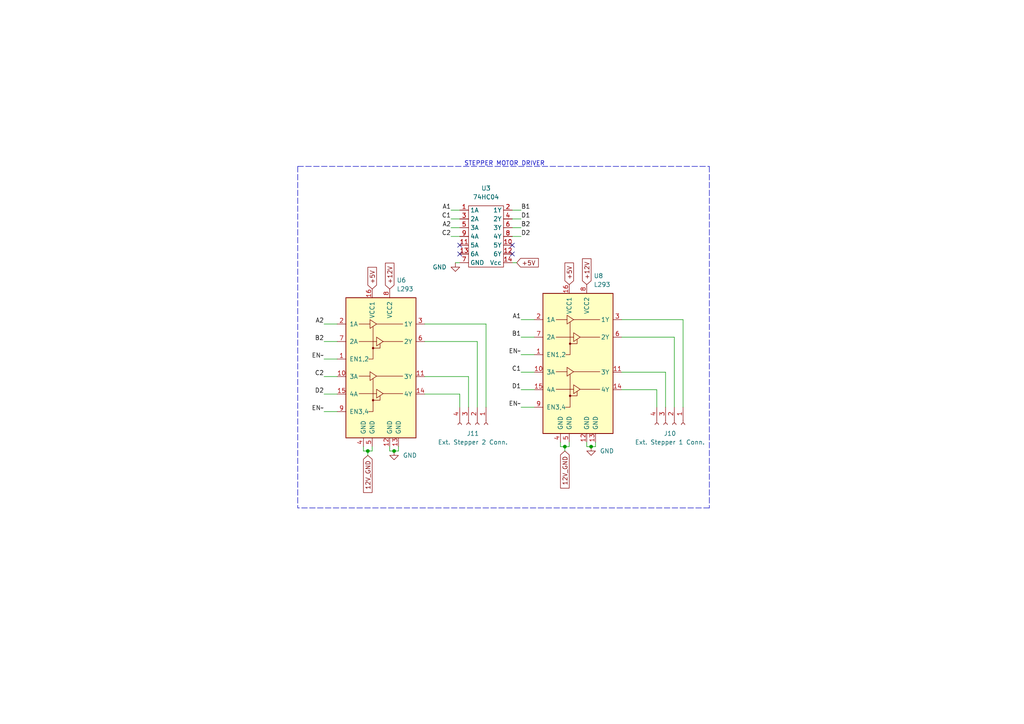
<source format=kicad_sch>
(kicad_sch (version 20211123) (generator eeschema)
  (paper "A4")
  (title_block (title "Stepper Motor Driver Schema") (date "2022-04-03") (rev "v2.0") (company "Leandro Assis dos Santos") (comment 1 "github.com/leandroassis"))
  (lib_symbols
    (symbol "Connector:Conn_01x04_Female" (pin_names (offset 1.016) hide)
      (property "Reference" "J" (at 0 5.08 0))
      (property "Value" "Conn_01x04_Female" (at 0 -7.62 0))
      (symbol "Conn_01x04_Female_1_1"
        (arc (start 0 -4.572) (mid -0.508 -5.08) (end 0 -5.588) (stroke (width 0.1524)))
        (arc (start 0 -2.032) (mid -0.508 -2.54) (end 0 -3.048) (stroke (width 0.1524)))
        (polyline (pts (xy -1.27 -5.08) (xy -0.508 -5.08)) (stroke (width 0.1524)))
        (polyline (pts (xy -1.27 -2.54) (xy -0.508 -2.54)) (stroke (width 0.1524)))
        (polyline (pts (xy -1.27 0) (xy -0.508 0)) (stroke (width 0.1524)))
        (polyline (pts (xy -1.27 2.54) (xy -0.508 2.54)) (stroke (width 0.1524)))
        (arc (start 0 0.508) (mid -0.508 0) (end 0 -0.508) (stroke (width 0.1524)))
        (arc (start 0 3.048) (mid -0.508 2.54) (end 0 2.032) (stroke (width 0.1524)))
        (pin passive line (at -5.08 2.54 0) (length 3.81) (name "Pin_1") (number "1"))
        (pin passive line (at -5.08 0 0) (length 3.81) (name "Pin_2") (number "2"))
        (pin passive line (at -5.08 -2.54 0) (length 3.81) (name "Pin_3") (number "3"))
        (pin passive line (at -5.08 -5.08 0) (length 3.81) (name "Pin_4") (number "4"))
      )
    )
    (symbol "L293_1" (pin_names (offset 1.016))
      (property "Reference" "U6" (at 4.5594 27.94 0))
      (property "Value" "L293" (at 4.5594 25.4 0))
      (symbol "L293_1_0_1"
        (rectangle (start -10.16 22.86) (end 10.16 -17.78) (stroke (width 0.254)) (fill (type background)))
        (circle (center -2.286 -6.858) (radius 0.254) (fill (type outline)))
        (circle (center -2.286 8.255) (radius 0.254) (fill (type outline)))
        (polyline (pts (xy -6.35 -4.953) (xy -1.27 -4.953)))
        (polyline (pts (xy -6.35 0.127) (xy -3.175 0.127)))
        (polyline (pts (xy -6.35 10.16) (xy -1.27 10.16)))
        (polyline (pts (xy -6.35 15.24) (xy -3.175 15.24)))
        (polyline (pts (xy -1.27 0.127) (xy 6.35 0.127)))
        (polyline (pts (xy -1.27 15.24) (xy 6.35 15.24)))
        (polyline (pts (xy 0.635 -4.953) (xy 6.35 -4.953)))
        (polyline (pts (xy 0.635 10.16) (xy 6.35 10.16)))
        (polyline (pts (xy -2.286 -6.858) (xy -0.254 -6.858) (xy -0.254 -5.588)))
        (polyline (pts (xy -2.286 -0.635) (xy -2.286 -10.16) (xy -3.556 -10.16)))
        (polyline (pts (xy -2.286 8.255) (xy -0.254 8.255) (xy -0.254 9.525)))
        (polyline (pts (xy -2.286 14.478) (xy -2.286 5.08) (xy -3.556 5.08)))
        (polyline (pts (xy -3.175 1.397) (xy -3.175 -1.143) (xy -1.27 0.127) (xy -3.175 1.397)))
        (polyline (pts (xy -3.175 16.51) (xy -3.175 13.97) (xy -1.27 15.24) (xy -3.175 16.51)))
        (polyline (pts (xy -1.27 -3.683) (xy -1.27 -6.223) (xy 0.635 -4.953) (xy -1.27 -3.683)))
        (polyline (pts (xy -1.27 11.43) (xy -1.27 8.89) (xy 0.635 10.16) (xy -1.27 11.43)))
      )
      (symbol "L293_1_1_1"
        (pin input line (at -12.7 5.08 0) (length 2.54) (name "EN1,2") (number "1"))
        (pin bidirectional line (at -12.7 0 0) (length 2.54) (name "3A") (number "10"))
        (pin output line (at 12.7 0 180) (length 2.54) (name "3Y") (number "11"))
        (pin power_in line (at 2.54 -20.32 90) (length 2.54) (name "GND") (number "12"))
        (pin power_in line (at 5.08 -20.32 90) (length 2.54) (name "GND") (number "13"))
        (pin output line (at 12.7 -5.08 180) (length 2.54) (name "4Y") (number "14"))
        (pin input line (at -12.7 -5.08 0) (length 2.54) (name "4A") (number "15"))
        (pin power_in line (at -2.54 25.4 270) (length 2.54) (name "VCC1") (number "16"))
        (pin bidirectional line (at -12.7 15.24 0) (length 2.54) (name "1A") (number "2"))
        (pin output line (at 12.7 15.24 180) (length 2.54) (name "1Y") (number "3"))
        (pin power_in line (at -5.08 -20.32 90) (length 2.54) (name "GND") (number "4"))
        (pin power_in line (at -2.54 -20.32 90) (length 2.54) (name "GND") (number "5"))
        (pin output line (at 12.7 10.16 180) (length 2.54) (name "2Y") (number "6"))
        (pin input line (at -12.7 10.16 0) (length 2.54) (name "2A") (number "7"))
        (pin power_in line (at 2.54 25.4 270) (length 2.54) (name "VCC2") (number "8"))
        (pin input line (at -12.7 -10.16 0) (length 2.54) (name "EN3,4") (number "9"))
      )
    )
    (symbol "L293_2" (pin_names (offset 1.016))
      (property "Reference" "U8" (at 4.5594 27.94 0))
      (property "Value" "L293_2" (at 4.5594 25.4 0))
      (symbol "L293_2_0_1"
        (rectangle (start -10.16 22.86) (end 10.16 -17.78) (stroke (width 0.254)) (fill (type background)))
        (circle (center -2.286 -6.858) (radius 0.254) (fill (type outline)))
        (circle (center -2.286 8.255) (radius 0.254) (fill (type outline)))
        (polyline (pts (xy -6.35 -4.953) (xy -1.27 -4.953)))
        (polyline (pts (xy -6.35 0.127) (xy -3.175 0.127)))
        (polyline (pts (xy -6.35 10.16) (xy -1.27 10.16)))
        (polyline (pts (xy -6.35 15.24) (xy -3.175 15.24)))
        (polyline (pts (xy -1.27 0.127) (xy 6.35 0.127)))
        (polyline (pts (xy -1.27 15.24) (xy 6.35 15.24)))
        (polyline (pts (xy 0.635 -4.953) (xy 6.35 -4.953)))
        (polyline (pts (xy 0.635 10.16) (xy 6.35 10.16)))
        (polyline (pts (xy -2.286 -6.858) (xy -0.254 -6.858) (xy -0.254 -5.588)))
        (polyline (pts (xy -2.286 -0.635) (xy -2.286 -10.16) (xy -3.556 -10.16)))
        (polyline (pts (xy -2.286 8.255) (xy -0.254 8.255) (xy -0.254 9.525)))
        (polyline (pts (xy -2.286 14.478) (xy -2.286 5.08) (xy -3.556 5.08)))
        (polyline (pts (xy -3.175 1.397) (xy -3.175 -1.143) (xy -1.27 0.127) (xy -3.175 1.397)))
        (polyline (pts (xy -3.175 16.51) (xy -3.175 13.97) (xy -1.27 15.24) (xy -3.175 16.51)))
        (polyline (pts (xy -1.27 -3.683) (xy -1.27 -6.223) (xy 0.635 -4.953) (xy -1.27 -3.683)))
        (polyline (pts (xy -1.27 11.43) (xy -1.27 8.89) (xy 0.635 10.16) (xy -1.27 11.43)))
      )
      (symbol "L293_2_1_1"
        (pin bidirectional line (at -12.7 5.08 0) (length 2.54) (name "EN1,2") (number "1"))
        (pin bidirectional line (at -12.7 0 0) (length 2.54) (name "3A") (number "10"))
        (pin output line (at 12.7 0 180) (length 2.54) (name "3Y") (number "11"))
        (pin power_in line (at 2.54 -20.32 90) (length 2.54) (name "GND") (number "12"))
        (pin power_in line (at 5.08 -20.32 90) (length 2.54) (name "GND") (number "13"))
        (pin output line (at 12.7 -5.08 180) (length 2.54) (name "4Y") (number "14"))
        (pin input line (at -12.7 -5.08 0) (length 2.54) (name "4A") (number "15"))
        (pin power_in line (at -2.54 25.4 270) (length 2.54) (name "VCC1") (number "16"))
        (pin bidirectional line (at -12.7 15.24 0) (length 2.54) (name "1A") (number "2"))
        (pin output line (at 12.7 15.24 180) (length 2.54) (name "1Y") (number "3"))
        (pin power_in line (at -5.08 -20.32 90) (length 2.54) (name "GND") (number "4"))
        (pin power_in line (at -2.54 -20.32 90) (length 2.54) (name "GND") (number "5"))
        (pin output line (at 12.7 10.16 180) (length 2.54) (name "2Y") (number "6"))
        (pin input line (at -12.7 10.16 0) (length 2.54) (name "2A") (number "7"))
        (pin power_in line (at 2.54 25.4 270) (length 2.54) (name "VCC2") (number "8"))
        (pin input line (at -12.7 -10.16 0) (length 2.54) (name "EN3,4") (number "9"))
      )
    )
    (symbol "New_Library:74HC04"
      (property "Reference" "U" (at 0 2.54 0))
      (property "Value" "74HC04" (at 0 0 0))
      (symbol "74HC04_0_1"
        (rectangle (start -5.08 -1.27) (end 5.08 -19.05))
      )
      (symbol "74HC04_1_1"
        (pin input line (at -7.62 -2.54 0) (length 2.54) (name "1A") (number "1"))
        (pin output line (at 7.62 -12.7 180) (length 2.54) (name "5Y") (number "10"))
        (pin input line (at -7.62 -12.7 0) (length 2.54) (name "5A") (number "11"))
        (pin output line (at 7.62 -15.24 180) (length 2.54) (name "6Y") (number "12"))
        (pin input line (at -7.62 -15.24 0) (length 2.54) (name "6A") (number "13"))
        (pin input line (at 7.62 -17.78 180) (length 2.54) (name "Vcc") (number "14"))
        (pin output line (at 7.62 -2.54 180) (length 2.54) (name "1Y") (number "2"))
        (pin input line (at -7.62 -5.08 0) (length 2.54) (name "2A") (number "3"))
        (pin output line (at 7.62 -5.08 180) (length 2.54) (name "2Y") (number "4"))
        (pin input line (at -7.62 -7.62 0) (length 2.54) (name "3A") (number "5"))
        (pin output line (at 7.62 -7.62 180) (length 2.54) (name "3Y") (number "6"))
        (pin input line (at -7.62 -17.78 0) (length 2.54) (name "GND") (number "7"))
        (pin output line (at 7.62 -10.16 180) (length 2.54) (name "4Y") (number "8"))
        (pin input line (at -7.62 -10.16 0) (length 2.54) (name "4A") (number "9"))
      )
    )
    (symbol "power:GND" (power) (pin_names (offset 0))
      (property "Value" "GND" (at 0 -3.81 0))
      (symbol "GND_0_1"
        (polyline (pts (xy 0 0) (xy 0 -1.27) (xy 1.27 -1.27) (xy 0 -2.54) (xy -1.27 -1.27) (xy 0 -1.27)))
      )
      (symbol "GND_1_1"
        (pin power_in line (at 0 0 270) (length 0) hide (name "GND") (number "1"))
      )
    )
  )
  (junction (at 163.83 129.54))
  (junction (at 106.68 130.81))
  (junction (at 114.3 130.81))
  (junction (at 171.45 129.54))
  (no_connect (at 148.59 71.12))
  (no_connect (at 148.59 73.66))
  (no_connect (at 133.35 73.66))
  (no_connect (at 133.35 71.12))
  (wire (pts (xy 148.59 68.58) (xy 151.13 68.58)))
  (wire (pts (xy 133.35 76.2) (xy 132.08 76.2)))
  (wire (pts (xy 93.98 114.3) (xy 97.79 114.3)))
  (wire (pts (xy 133.35 118.11) (xy 133.35 114.3)))
  (wire (pts (xy 140.97 93.98) (xy 140.97 118.11)))
  (wire (pts (xy 171.45 129.54) (xy 170.18 129.54)))
  (wire (pts (xy 151.13 102.87) (xy 154.94 102.87)))
  (wire (pts (xy 151.13 107.95) (xy 154.94 107.95)))
  (wire (pts (xy 93.98 109.22) (xy 97.79 109.22)))
  (polyline (pts (xy 205.74 48.26) (xy 205.74 147.32)))
  (wire (pts (xy 165.1 129.54) (xy 163.83 129.54)))
  (wire (pts (xy 170.18 129.54) (xy 170.18 128.27)))
  (wire (pts (xy 151.13 113.03) (xy 154.94 113.03)))
  (wire (pts (xy 113.03 130.81) (xy 114.3 130.81)))
  (wire (pts (xy 148.59 76.2) (xy 149.86 76.2)))
  (polyline (pts (xy 86.36 48.26) (xy 86.36 147.32)))
  (wire (pts (xy 105.41 130.81) (xy 105.41 129.54)))
  (wire (pts (xy 115.57 130.81) (xy 115.57 129.54)))
  (wire (pts (xy 106.68 130.81) (xy 107.95 130.81)))
  (wire (pts (xy 123.19 109.22) (xy 135.89 109.22)))
  (wire (pts (xy 93.98 119.38) (xy 97.79 119.38)))
  (wire (pts (xy 93.98 104.14) (xy 97.79 104.14)))
  (wire (pts (xy 133.35 114.3) (xy 123.19 114.3)))
  (wire (pts (xy 151.13 97.79) (xy 154.94 97.79)))
  (wire (pts (xy 162.56 128.27) (xy 162.56 129.54)))
  (wire (pts (xy 180.34 107.95) (xy 193.04 107.95)))
  (wire (pts (xy 148.59 66.04) (xy 151.13 66.04)))
  (wire (pts (xy 163.83 129.54) (xy 163.83 130.81)))
  (wire (pts (xy 165.1 128.27) (xy 165.1 129.54)))
  (wire (pts (xy 198.12 92.71) (xy 198.12 118.11)))
  (polyline (pts (xy 205.74 147.32) (xy 86.36 147.32)))
  (wire (pts (xy 130.81 66.04) (xy 133.35 66.04)))
  (wire (pts (xy 93.98 93.98) (xy 97.79 93.98)))
  (wire (pts (xy 130.81 60.96) (xy 133.35 60.96)))
  (wire (pts (xy 135.89 109.22) (xy 135.89 118.11)))
  (wire (pts (xy 106.68 132.08) (xy 106.68 130.81)))
  (wire (pts (xy 190.5 113.03) (xy 180.34 113.03)))
  (wire (pts (xy 172.72 129.54) (xy 172.72 128.27)))
  (wire (pts (xy 180.34 92.71) (xy 198.12 92.71)))
  (wire (pts (xy 162.56 129.54) (xy 163.83 129.54)))
  (wire (pts (xy 151.13 92.71) (xy 154.94 92.71)))
  (wire (pts (xy 171.45 129.54) (xy 172.72 129.54)))
  (wire (pts (xy 130.81 68.58) (xy 133.35 68.58)))
  (wire (pts (xy 148.59 63.5) (xy 151.13 63.5)))
  (wire (pts (xy 106.68 130.81) (xy 105.41 130.81)))
  (wire (pts (xy 148.59 60.96) (xy 151.13 60.96)))
  (wire (pts (xy 151.13 118.11) (xy 154.94 118.11)))
  (wire (pts (xy 138.43 99.06) (xy 123.19 99.06)))
  (polyline (pts (xy 86.36 48.26) (xy 205.74 48.26)))
  (wire (pts (xy 195.58 97.79) (xy 180.34 97.79)))
  (wire (pts (xy 114.3 130.81) (xy 115.57 130.81)))
  (wire (pts (xy 130.81 63.5) (xy 133.35 63.5)))
  (wire (pts (xy 195.58 118.11) (xy 195.58 97.79)))
  (wire (pts (xy 190.5 118.11) (xy 190.5 113.03)))
  (wire (pts (xy 193.04 107.95) (xy 193.04 118.11)))
  (wire (pts (xy 113.03 129.54) (xy 113.03 130.81)))
  (wire (pts (xy 138.43 118.11) (xy 138.43 99.06)))
  (wire (pts (xy 107.95 130.81) (xy 107.95 129.54)))
  (wire (pts (xy 93.98 99.06) (xy 97.79 99.06)))
  (wire (pts (xy 123.19 93.98) (xy 140.97 93.98)))
  (text "STEPPER MOTOR DRIVER" (at 134.62 48.26 0) (effects (font (size 1.27 1.27)) (justify left bottom)))
  (label "D1" (at 151.13 63.5 0))
  (label "D2" (at 93.98 114.3 180))
  (label "D2" (at 151.13 68.58 0))
  (label "A2" (at 93.98 93.98 180))
  (label "EN~" (at 151.13 102.87 180))
  (label "C1" (at 130.81 63.5 180))
  (label "EN~" (at 93.98 104.14 180))
  (label "C1" (at 151.13 107.95 180))
  (label "C2" (at 93.98 109.22 180))
  (label "A1" (at 151.13 92.71 180))
  (label "A1" (at 130.81 60.96 180))
  (label "B2" (at 151.13 66.04 0))
  (label "D1" (at 151.13 113.03 180))
  (label "B1" (at 151.13 60.96 0))
  (label "B2" (at 93.98 99.06 180))
  (label "B1" (at 151.13 97.79 180))
  (label "EN~" (at 151.13 118.11 180))
  (label "EN~" (at 93.98 119.38 180))
  (label "C2" (at 130.81 68.58 180))
  (label "A2" (at 130.81 66.04 180))
  (global_label "+5V" (shape input) (at 165.1 82.55 90) (property "Intersheet References" "${INTERSHEET_REFS}" (effects hide)))
  (global_label "+5V" (shape input) (at 107.95 83.82 90) (property "Intersheet References" "${INTERSHEET_REFS}" (effects hide)))
  (global_label "+5V" (shape input) (at 149.86 76.2 0) (property "Intersheet References" "${INTERSHEET_REFS}" (effects hide)))
  (global_label "+12V" (shape input) (at 170.18 82.55 90) (property "Intersheet References" "${INTERSHEET_REFS}" (effects hide)))
  (global_label "12V_GND" (shape input) (at 106.68 132.08 270) (property "Intersheet References" "${INTERSHEET_REFS}" (effects hide)))
  (global_label "12V_GND" (shape input) (at 163.83 130.81 270) (property "Intersheet References" "${INTERSHEET_REFS}" (effects hide)))
  (global_label "+12V" (shape input) (at 113.03 83.82 90) (property "Intersheet References" "${INTERSHEET_REFS}" (effects hide)))
  (symbol (lib_id "power:GND") (at 132.08 76.2 0) (unit 1)
    (property "Reference" "#PWR08" (effects hide))
    (property "Value" "GND" (at 129.54 77.4701 0) (effects (justify right)))
  )
  (symbol (lib_name "L293_2") (lib_id "Driver_Motor:L293") (at 167.64 107.95 0) (unit 1)
    (property "Reference" "U8" (at 172.1994 80.01 0) (effects (justify left)))
    (property "Value" "L293" (at 172.1994 82.55 0) (effects (justify left)))
    (property "Footprint" "Package_DIP:DIP-16_W7.62mm" (effects hide))
    (property "Datasheet" "http://www.ti.com/lit/ds/symlink/l293.pdf" (effects hide))
  )
  (symbol (lib_id "New_Library:74HC04") (at 140.97 58.42 0) (unit 1)
    (property "Reference" "U3" (at 140.97 54.61 0))
    (property "Value" "74HC04" (at 140.97 57.15 0))
  )
  (symbol (lib_id "Connector:Conn_01x04_Female") (at 138.43 123.19 270) (unit 1)
    (property "Reference" "J11" (at 137.16 125.73 90))
    (property "Value" "Ext. Stepper 2 Conn." (at 137.16 128.27 90))
  )
  (symbol (lib_id "Connector:Conn_01x04_Female") (at 195.58 123.19 270) (unit 1)
    (property "Reference" "J10" (at 194.31 125.73 90))
    (property "Value" "Ext. Stepper 1 Conn." (at 194.31 128.27 90))
  )
  (symbol (lib_id "power:GND") (at 171.45 129.54 0) (unit 1)
    (property "Reference" "#PWR016" (effects hide))
    (property "Value" "GND" (at 173.99 130.8099 0) (effects (justify left)))
  )
  (symbol (lib_name "L293_1") (lib_id "Driver_Motor:L293") (at 110.49 109.22 0) (unit 1)
    (property "Reference" "U6" (at 115.0494 81.28 0) (effects (justify left)))
    (property "Value" "L293" (at 115.0494 83.82 0) (effects (justify left)))
    (property "Footprint" "Package_DIP:DIP-16_W7.62mm" (effects hide))
    (property "Datasheet" "http://www.ti.com/lit/ds/symlink/l293.pdf" (effects hide))
  )
  (symbol (lib_id "power:GND") (at 114.3 130.81 0) (unit 1)
    (property "Reference" "#PWR07" (effects hide))
    (property "Value" "GND" (at 116.84 132.0799 0) (effects (justify left)))
  )
)
</source>
